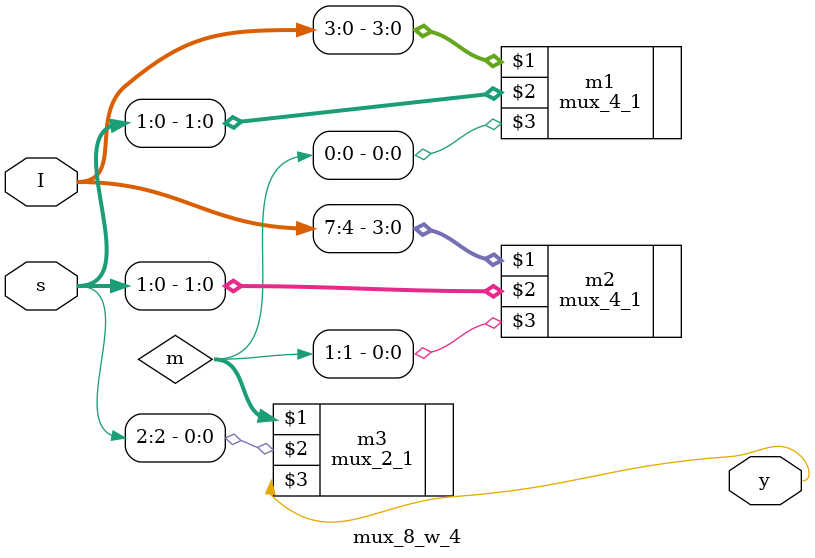
<source format=v>
`timescale 1ns / 1ps


module mux_8_w_4(input [7:0] I, input [2:0]s, output y);
wire [1:0]m;

mux_4_1 m1 (I[3:0],s[1:0],m[0]);
mux_4_1 m2 (I[7:4],s[1:0],m[1]);
mux_2_1 m3 (m,s[2],y);

endmodule

</source>
